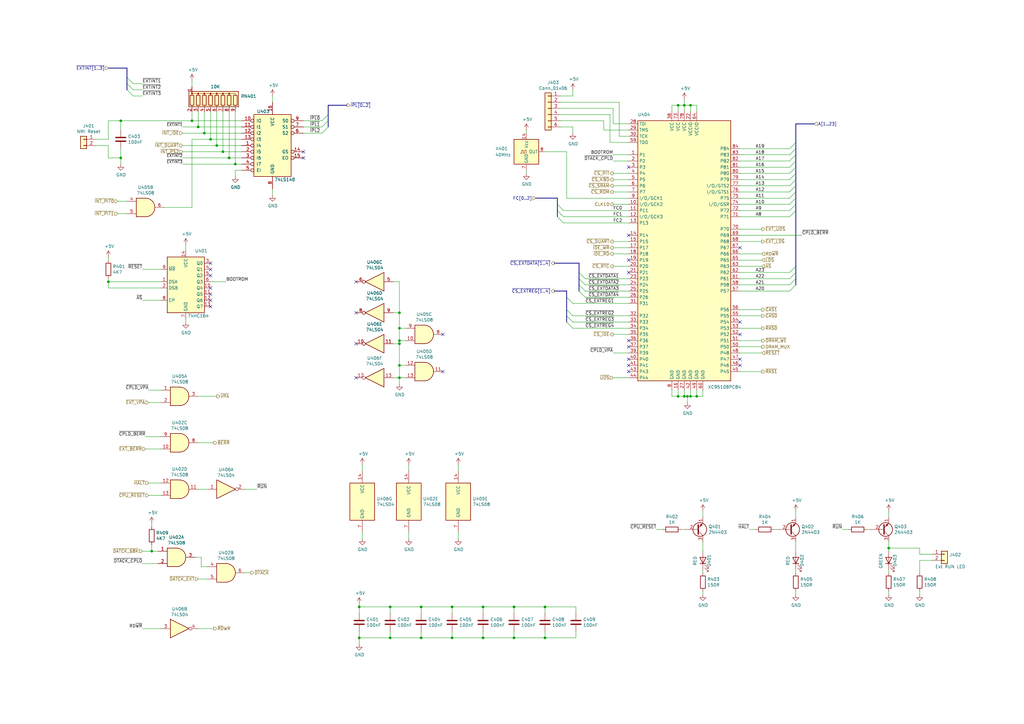
<source format=kicad_sch>
(kicad_sch (version 20230121) (generator eeschema)
  (paper "A3")
  (title_block (title "Y Ddraig") (company "Stephen Moody"))
  (junction (at 185.42 248.92))
  (junction (at 160.02 261.62))
  (junction (at 210.82 248.92))
  (junction (at 163.83 128.27))
  (junction (at 88.9 59.69))
  (junction (at 280.67 43.18))
  (junction (at 163.83 140.97))
  (junction (at 210.82 261.62))
  (junction (at 163.83 134.62))
  (junction (at 163.83 154.94))
  (junction (at 198.12 261.62))
  (junction (at 283.21 162.56))
  (junction (at 147.32 248.92))
  (junction (at 285.75 162.56))
  (junction (at 278.13 162.56))
  (junction (at 49.53 64.77))
  (junction (at 49.53 49.53))
  (junction (at 281.94 162.56))
  (junction (at 93.98 64.77))
  (junction (at 163.83 139.7))
  (junction (at 160.02 248.92))
  (junction (at 172.72 261.62))
  (junction (at 198.12 248.92))
  (junction (at 364.49 224.79))
  (junction (at 83.82 54.61))
  (junction (at 283.21 43.18))
  (junction (at 280.67 162.56))
  (junction (at 44.45 115.57))
  (junction (at 223.52 261.62))
  (junction (at 278.13 43.18))
  (junction (at 62.23 226.06))
  (junction (at 223.52 248.92))
  (junction (at 81.28 52.07))
  (junction (at 91.44 62.23))
  (junction (at 163.83 149.86))
  (junction (at 96.52 67.31))
  (junction (at 147.32 261.62))
  (junction (at 86.36 57.15))
  (junction (at 172.72 248.92))
  (junction (at 78.74 49.53))
  (junction (at 185.42 261.62))
  (no_connect (at 181.61 152.4))
  (no_connect (at 257.81 147.32))
  (no_connect (at 257.81 152.4))
  (no_connect (at 86.36 120.65))
  (no_connect (at 86.36 113.03))
  (no_connect (at 303.53 132.08))
  (no_connect (at 146.05 140.97))
  (no_connect (at 124.46 64.77))
  (no_connect (at 124.46 62.23))
  (no_connect (at 257.81 142.24))
  (no_connect (at 257.81 96.52))
  (no_connect (at 86.36 107.95))
  (no_connect (at 257.81 149.86))
  (no_connect (at 146.05 154.94))
  (no_connect (at 86.36 125.73))
  (no_connect (at 257.81 68.58))
  (no_connect (at 257.81 139.7))
  (no_connect (at 146.05 128.27))
  (no_connect (at 303.53 137.16))
  (no_connect (at 257.81 111.76))
  (no_connect (at 303.53 147.32))
  (no_connect (at 257.81 106.68))
  (no_connect (at 86.36 118.11))
  (no_connect (at 86.36 110.49))
  (no_connect (at 181.61 137.16))
  (no_connect (at 146.05 115.57))
  (no_connect (at 303.53 149.86))
  (no_connect (at 303.53 101.6))
  (no_connect (at 86.36 123.19))
  (bus_entry (at 323.85 76.2) (size 2.54 -2.54))
  (bus_entry (at 326.39 71.12) (size -2.54 2.54))
  (bus_entry (at 323.85 88.9) (size 2.54 -2.54))
  (bus_entry (at 326.39 111.76) (size -2.54 2.54))
  (bus_entry (at 134.62 52.07) (size -2.54 2.54))
  (bus_entry (at 323.85 68.58) (size 2.54 -2.54))
  (bus_entry (at 326.39 81.28) (size -2.54 2.54))
  (bus_entry (at 323.85 78.74) (size 2.54 -2.54))
  (bus_entry (at 237.49 119.38) (size 2.54 2.54))
  (bus_entry (at 326.39 58.42) (size -2.54 2.54))
  (bus_entry (at 232.41 132.08) (size 2.54 2.54))
  (bus_entry (at 323.85 86.36) (size 2.54 -2.54))
  (bus_entry (at 232.41 127) (size 2.54 2.54))
  (bus_entry (at 52.07 31.75) (size 2.54 2.54))
  (bus_entry (at 323.85 116.84) (size 2.54 -2.54))
  (bus_entry (at 232.41 121.92) (size 2.54 2.54))
  (bus_entry (at 326.39 68.58) (size -2.54 2.54))
  (bus_entry (at 132.08 49.53) (size 2.54 -2.54))
  (bus_entry (at 237.49 116.84) (size 2.54 2.54))
  (bus_entry (at 228.6 88.9) (size 2.54 2.54))
  (bus_entry (at 326.39 109.22) (size -2.54 2.54))
  (bus_entry (at 134.62 49.53) (size -2.54 2.54))
  (bus_entry (at 237.49 114.3) (size 2.54 2.54))
  (bus_entry (at 323.85 66.04) (size 2.54 -2.54))
  (bus_entry (at 326.39 78.74) (size -2.54 2.54))
  (bus_entry (at 232.41 129.54) (size 2.54 2.54))
  (bus_entry (at 52.07 36.83) (size 2.54 2.54))
  (bus_entry (at 228.6 83.82) (size 2.54 2.54))
  (bus_entry (at 228.6 86.36) (size 2.54 2.54))
  (bus_entry (at 323.85 119.38) (size 2.54 -2.54))
  (bus_entry (at 237.49 111.76) (size 2.54 2.54))
  (bus_entry (at 326.39 60.96) (size -2.54 2.54))
  (bus_entry (at 52.07 34.29) (size 2.54 2.54))
  (wire (pts (xy 285.75 43.18) (xy 285.75 45.72)))
  (bus (pts (xy 326.39 114.3) (xy 326.39 116.84)))
  (wire (pts (xy 257.81 50.8) (xy 251.46 50.8)))
  (wire (pts (xy 280.67 162.56) (xy 281.94 162.56)))
  (bus (pts (xy 134.62 43.18) (xy 134.62 46.99)))
  (wire (pts (xy 223.52 261.62) (xy 223.52 259.08)))
  (wire (pts (xy 257.81 154.94) (xy 251.46 154.94)))
  (wire (pts (xy 44.45 115.57) (xy 66.04 115.57)))
  (wire (pts (xy 382.27 227.33) (xy 377.19 227.33)))
  (wire (pts (xy 257.81 55.88) (xy 254 55.88)))
  (wire (pts (xy 345.44 217.17) (xy 347.98 217.17)))
  (wire (pts (xy 231.14 91.44) (xy 257.81 91.44)))
  (wire (pts (xy 223.52 62.23) (xy 232.41 62.23)))
  (wire (pts (xy 281.94 162.56) (xy 283.21 162.56)))
  (bus (pts (xy 134.62 46.99) (xy 134.62 49.53)))
  (wire (pts (xy 160.02 248.92) (xy 172.72 248.92)))
  (wire (pts (xy 251.46 78.74) (xy 257.81 78.74)))
  (wire (pts (xy 67.31 85.09) (xy 78.74 85.09)))
  (wire (pts (xy 74.93 59.69) (xy 88.9 59.69)))
  (wire (pts (xy 187.96 193.04) (xy 187.96 190.5)))
  (wire (pts (xy 229.87 39.37) (xy 234.95 39.37)))
  (wire (pts (xy 76.2 132.08) (xy 76.2 130.81)))
  (wire (pts (xy 81.28 257.81) (xy 87.63 257.81)))
  (wire (pts (xy 215.9 53.34) (xy 215.9 54.61)))
  (wire (pts (xy 303.53 99.06) (xy 312.42 99.06)))
  (wire (pts (xy 288.29 209.55) (xy 288.29 212.09)))
  (wire (pts (xy 60.96 198.12) (xy 66.04 198.12)))
  (wire (pts (xy 87.63 181.61) (xy 81.28 181.61)))
  (wire (pts (xy 49.53 67.31) (xy 49.53 64.77)))
  (wire (pts (xy 147.32 261.62) (xy 147.32 264.16)))
  (bus (pts (xy 326.39 58.42) (xy 326.39 60.96)))
  (wire (pts (xy 74.93 64.77) (xy 93.98 64.77)))
  (wire (pts (xy 288.29 233.68) (xy 288.29 234.95)))
  (wire (pts (xy 364.49 242.57) (xy 364.49 243.84)))
  (wire (pts (xy 93.98 64.77) (xy 99.06 64.77)))
  (wire (pts (xy 251.46 104.14) (xy 257.81 104.14)))
  (wire (pts (xy 148.59 190.5) (xy 148.59 193.04)))
  (wire (pts (xy 185.42 261.62) (xy 172.72 261.62)))
  (wire (pts (xy 86.36 115.57) (xy 92.71 115.57)))
  (wire (pts (xy 124.46 54.61) (xy 132.08 54.61)))
  (wire (pts (xy 185.42 251.46) (xy 185.42 248.92)))
  (wire (pts (xy 288.29 162.56) (xy 288.29 160.02)))
  (wire (pts (xy 54.61 36.83) (xy 58.42 36.83)))
  (wire (pts (xy 163.83 154.94) (xy 163.83 157.48)))
  (wire (pts (xy 44.45 64.77) (xy 49.53 64.77)))
  (bus (pts (xy 326.39 71.12) (xy 326.39 73.66)))
  (wire (pts (xy 215.9 71.12) (xy 215.9 69.85)))
  (wire (pts (xy 240.03 119.38) (xy 257.81 119.38)))
  (wire (pts (xy 78.74 33.02) (xy 78.74 35.56)))
  (wire (pts (xy 198.12 251.46) (xy 198.12 248.92)))
  (wire (pts (xy 66.04 160.02) (xy 60.96 160.02)))
  (wire (pts (xy 147.32 248.92) (xy 160.02 248.92)))
  (wire (pts (xy 303.53 71.12) (xy 323.85 71.12)))
  (wire (pts (xy 280.67 43.18) (xy 283.21 43.18)))
  (wire (pts (xy 231.14 86.36) (xy 257.81 86.36)))
  (wire (pts (xy 364.49 233.68) (xy 364.49 234.95)))
  (wire (pts (xy 81.28 162.56) (xy 88.9 162.56)))
  (wire (pts (xy 163.83 128.27) (xy 161.29 128.27)))
  (bus (pts (xy 52.07 31.75) (xy 52.07 34.29)))
  (wire (pts (xy 257.81 129.54) (xy 234.95 129.54)))
  (wire (pts (xy 275.59 43.18) (xy 278.13 43.18)))
  (wire (pts (xy 198.12 259.08) (xy 198.12 261.62)))
  (bus (pts (xy 326.39 111.76) (xy 326.39 114.3)))
  (wire (pts (xy 326.39 233.68) (xy 326.39 234.95)))
  (wire (pts (xy 163.83 115.57) (xy 163.83 128.27)))
  (wire (pts (xy 49.53 64.77) (xy 49.53 60.96)))
  (wire (pts (xy 198.12 248.92) (xy 185.42 248.92)))
  (wire (pts (xy 312.42 152.4) (xy 303.53 152.4)))
  (wire (pts (xy 132.08 52.07) (xy 124.46 52.07)))
  (wire (pts (xy 323.85 88.9) (xy 303.53 88.9)))
  (wire (pts (xy 303.53 93.98) (xy 312.42 93.98)))
  (wire (pts (xy 58.42 110.49) (xy 66.04 110.49)))
  (wire (pts (xy 283.21 160.02) (xy 283.21 162.56)))
  (wire (pts (xy 210.82 259.08) (xy 210.82 261.62)))
  (wire (pts (xy 88.9 59.69) (xy 99.06 59.69)))
  (wire (pts (xy 251.46 73.66) (xy 257.81 73.66)))
  (wire (pts (xy 52.07 87.63) (xy 48.26 87.63)))
  (wire (pts (xy 229.87 52.07) (xy 234.95 52.07)))
  (wire (pts (xy 275.59 162.56) (xy 278.13 162.56)))
  (wire (pts (xy 280.67 43.18) (xy 280.67 45.72)))
  (wire (pts (xy 312.42 139.7) (xy 303.53 139.7)))
  (wire (pts (xy 303.53 134.62) (xy 312.42 134.62)))
  (wire (pts (xy 303.53 66.04) (xy 323.85 66.04)))
  (wire (pts (xy 232.41 62.23) (xy 232.41 81.28)))
  (wire (pts (xy 377.19 224.79) (xy 364.49 224.79)))
  (wire (pts (xy 44.45 118.11) (xy 66.04 118.11)))
  (wire (pts (xy 210.82 261.62) (xy 198.12 261.62)))
  (wire (pts (xy 160.02 259.08) (xy 160.02 261.62)))
  (wire (pts (xy 257.81 137.16) (xy 251.46 137.16)))
  (wire (pts (xy 303.53 116.84) (xy 323.85 116.84)))
  (wire (pts (xy 275.59 45.72) (xy 275.59 43.18)))
  (wire (pts (xy 99.06 62.23) (xy 91.44 62.23)))
  (wire (pts (xy 160.02 251.46) (xy 160.02 248.92)))
  (wire (pts (xy 163.83 140.97) (xy 163.83 149.86)))
  (wire (pts (xy 83.82 54.61) (xy 99.06 54.61)))
  (wire (pts (xy 236.22 261.62) (xy 236.22 259.08)))
  (wire (pts (xy 99.06 67.31) (xy 96.52 67.31)))
  (wire (pts (xy 234.95 52.07) (xy 234.95 54.61)))
  (bus (pts (xy 326.39 50.8) (xy 326.39 58.42)))
  (wire (pts (xy 307.34 217.17) (xy 309.88 217.17)))
  (wire (pts (xy 172.72 259.08) (xy 172.72 261.62)))
  (wire (pts (xy 210.82 251.46) (xy 210.82 248.92)))
  (wire (pts (xy 240.03 114.3) (xy 257.81 114.3)))
  (wire (pts (xy 323.85 83.82) (xy 303.53 83.82)))
  (wire (pts (xy 58.42 39.37) (xy 54.61 39.37)))
  (wire (pts (xy 81.28 45.72) (xy 81.28 52.07)))
  (wire (pts (xy 167.64 218.44) (xy 167.64 220.98)))
  (wire (pts (xy 210.82 261.62) (xy 223.52 261.62)))
  (bus (pts (xy 237.49 116.84) (xy 237.49 119.38)))
  (wire (pts (xy 240.03 116.84) (xy 257.81 116.84)))
  (wire (pts (xy 147.32 248.92) (xy 147.32 247.65)))
  (wire (pts (xy 74.93 54.61) (xy 83.82 54.61)))
  (wire (pts (xy 163.83 134.62) (xy 163.83 139.7)))
  (wire (pts (xy 251.46 50.8) (xy 251.46 44.45)))
  (wire (pts (xy 39.37 57.15) (xy 44.45 57.15)))
  (wire (pts (xy 111.76 80.01) (xy 111.76 77.47)))
  (wire (pts (xy 210.82 248.92) (xy 198.12 248.92)))
  (wire (pts (xy 251.46 63.5) (xy 257.81 63.5)))
  (wire (pts (xy 78.74 45.72) (xy 78.74 49.53)))
  (wire (pts (xy 251.46 76.2) (xy 257.81 76.2)))
  (wire (pts (xy 166.37 149.86) (xy 163.83 149.86)))
  (wire (pts (xy 355.6 217.17) (xy 356.87 217.17)))
  (wire (pts (xy 247.65 53.34) (xy 247.65 49.53)))
  (wire (pts (xy 58.42 226.06) (xy 62.23 226.06)))
  (wire (pts (xy 236.22 248.92) (xy 236.22 251.46)))
  (wire (pts (xy 223.52 261.62) (xy 236.22 261.62)))
  (wire (pts (xy 250.19 46.99) (xy 229.87 46.99)))
  (wire (pts (xy 163.83 139.7) (xy 166.37 139.7)))
  (wire (pts (xy 166.37 154.94) (xy 163.83 154.94)))
  (wire (pts (xy 323.85 114.3) (xy 303.53 114.3)))
  (wire (pts (xy 187.96 220.98) (xy 187.96 218.44)))
  (bus (pts (xy 232.41 127) (xy 232.41 129.54)))
  (wire (pts (xy 257.81 83.82) (xy 251.46 83.82)))
  (wire (pts (xy 163.83 140.97) (xy 161.29 140.97)))
  (wire (pts (xy 278.13 162.56) (xy 280.67 162.56)))
  (wire (pts (xy 312.42 144.78) (xy 303.53 144.78)))
  (wire (pts (xy 80.01 228.6) (xy 82.55 228.6)))
  (wire (pts (xy 148.59 218.44) (xy 148.59 220.98)))
  (wire (pts (xy 251.46 66.04) (xy 257.81 66.04)))
  (bus (pts (xy 232.41 129.54) (xy 232.41 132.08)))
  (wire (pts (xy 254 55.88) (xy 254 41.91)))
  (wire (pts (xy 44.45 49.53) (xy 49.53 49.53)))
  (wire (pts (xy 250.19 58.42) (xy 250.19 46.99)))
  (wire (pts (xy 312.42 106.68) (xy 303.53 106.68)))
  (bus (pts (xy 228.6 81.28) (xy 219.71 81.28)))
  (wire (pts (xy 257.81 109.22) (xy 251.46 109.22)))
  (bus (pts (xy 326.39 66.04) (xy 326.39 68.58)))
  (bus (pts (xy 228.6 86.36) (xy 228.6 88.9)))
  (wire (pts (xy 323.85 63.5) (xy 303.53 63.5)))
  (wire (pts (xy 251.46 99.06) (xy 257.81 99.06)))
  (bus (pts (xy 326.39 83.82) (xy 326.39 86.36)))
  (wire (pts (xy 160.02 261.62) (xy 147.32 261.62)))
  (bus (pts (xy 326.39 68.58) (xy 326.39 71.12)))
  (bus (pts (xy 52.07 34.29) (xy 52.07 36.83)))
  (wire (pts (xy 278.13 160.02) (xy 278.13 162.56)))
  (wire (pts (xy 62.23 223.52) (xy 62.23 226.06)))
  (wire (pts (xy 172.72 248.92) (xy 185.42 248.92)))
  (wire (pts (xy 279.4 217.17) (xy 280.67 217.17)))
  (wire (pts (xy 303.53 127) (xy 312.42 127)))
  (wire (pts (xy 58.42 231.14) (xy 64.77 231.14)))
  (wire (pts (xy 234.95 39.37) (xy 234.95 36.83)))
  (bus (pts (xy 232.41 119.38) (xy 227.33 119.38)))
  (bus (pts (xy 326.39 81.28) (xy 326.39 83.82)))
  (wire (pts (xy 85.09 237.49) (xy 81.28 237.49)))
  (wire (pts (xy 377.19 243.84) (xy 377.19 242.57)))
  (wire (pts (xy 223.52 248.92) (xy 210.82 248.92)))
  (wire (pts (xy 44.45 118.11) (xy 44.45 115.57)))
  (wire (pts (xy 163.83 128.27) (xy 163.83 134.62)))
  (bus (pts (xy 134.62 49.53) (xy 134.62 52.07)))
  (wire (pts (xy 82.55 232.41) (xy 85.09 232.41)))
  (wire (pts (xy 100.33 234.95) (xy 102.87 234.95)))
  (wire (pts (xy 93.98 45.72) (xy 93.98 64.77)))
  (wire (pts (xy 323.85 119.38) (xy 303.53 119.38)))
  (wire (pts (xy 82.55 228.6) (xy 82.55 232.41)))
  (wire (pts (xy 81.28 52.07) (xy 99.06 52.07)))
  (wire (pts (xy 147.32 251.46) (xy 147.32 248.92)))
  (wire (pts (xy 96.52 69.85) (xy 96.52 72.39)))
  (wire (pts (xy 86.36 57.15) (xy 78.74 57.15)))
  (wire (pts (xy 58.42 257.81) (xy 66.04 257.81)))
  (wire (pts (xy 91.44 45.72) (xy 91.44 62.23)))
  (wire (pts (xy 247.65 49.53) (xy 229.87 49.53)))
  (bus (pts (xy 44.45 27.94) (xy 52.07 27.94)))
  (wire (pts (xy 303.53 60.96) (xy 323.85 60.96)))
  (wire (pts (xy 303.53 104.14) (xy 312.42 104.14)))
  (wire (pts (xy 326.39 222.25) (xy 326.39 226.06)))
  (wire (pts (xy 172.72 261.62) (xy 160.02 261.62)))
  (wire (pts (xy 303.53 109.22) (xy 312.42 109.22)))
  (bus (pts (xy 326.39 76.2) (xy 326.39 78.74)))
  (wire (pts (xy 44.45 59.69) (xy 44.45 64.77)))
  (wire (pts (xy 377.19 229.87) (xy 382.27 229.87)))
  (wire (pts (xy 58.42 34.29) (xy 54.61 34.29)))
  (wire (pts (xy 288.29 242.57) (xy 288.29 243.84)))
  (bus (pts (xy 326.39 86.36) (xy 326.39 109.22)))
  (wire (pts (xy 83.82 45.72) (xy 83.82 54.61)))
  (wire (pts (xy 74.93 52.07) (xy 81.28 52.07)))
  (wire (pts (xy 49.53 49.53) (xy 78.74 49.53)))
  (wire (pts (xy 66.04 123.19) (xy 58.42 123.19)))
  (wire (pts (xy 231.14 88.9) (xy 257.81 88.9)))
  (wire (pts (xy 66.04 184.15) (xy 59.69 184.15)))
  (wire (pts (xy 99.06 69.85) (xy 96.52 69.85)))
  (wire (pts (xy 223.52 251.46) (xy 223.52 248.92)))
  (wire (pts (xy 81.28 200.66) (xy 85.09 200.66)))
  (bus (pts (xy 237.49 111.76) (xy 237.49 114.3)))
  (wire (pts (xy 234.95 124.46) (xy 257.81 124.46)))
  (wire (pts (xy 377.19 234.95) (xy 377.19 229.87)))
  (wire (pts (xy 254 41.91) (xy 229.87 41.91)))
  (bus (pts (xy 134.62 43.18) (xy 142.24 43.18)))
  (wire (pts (xy 44.45 57.15) (xy 44.45 49.53)))
  (wire (pts (xy 91.44 62.23) (xy 74.93 62.23)))
  (wire (pts (xy 59.69 179.07) (xy 66.04 179.07)))
  (wire (pts (xy 172.72 251.46) (xy 172.72 248.92)))
  (bus (pts (xy 232.41 121.92) (xy 232.41 127)))
  (wire (pts (xy 39.37 59.69) (xy 44.45 59.69)))
  (wire (pts (xy 280.67 40.64) (xy 280.67 43.18)))
  (wire (pts (xy 44.45 105.41) (xy 44.45 106.68)))
  (wire (pts (xy 247.65 53.34) (xy 257.81 53.34)))
  (bus (pts (xy 237.49 107.95) (xy 237.49 111.76)))
  (wire (pts (xy 100.33 200.66) (xy 105.41 200.66)))
  (bus (pts (xy 228.6 81.28) (xy 228.6 83.82)))
  (wire (pts (xy 251.46 144.78) (xy 257.81 144.78)))
  (wire (pts (xy 257.81 101.6) (xy 251.46 101.6)))
  (wire (pts (xy 269.24 217.17) (xy 271.78 217.17)))
  (bus (pts (xy 326.39 60.96) (xy 326.39 63.5)))
  (bus (pts (xy 326.39 78.74) (xy 326.39 81.28)))
  (bus (pts (xy 228.6 83.82) (xy 228.6 86.36)))
  (bus (pts (xy 326.39 50.8) (xy 334.01 50.8)))
  (wire (pts (xy 78.74 85.09) (xy 78.74 57.15)))
  (wire (pts (xy 111.76 39.37) (xy 111.76 41.91)))
  (bus (pts (xy 326.39 63.5) (xy 326.39 66.04)))
  (wire (pts (xy 364.49 224.79) (xy 364.49 226.06)))
  (wire (pts (xy 377.19 224.79) (xy 377.19 227.33)))
  (wire (pts (xy 303.53 96.52) (xy 328.93 96.52)))
  (wire (pts (xy 283.21 43.18) (xy 285.75 43.18)))
  (wire (pts (xy 234.95 132.08) (xy 257.81 132.08)))
  (wire (pts (xy 326.39 209.55) (xy 326.39 212.09)))
  (wire (pts (xy 147.32 259.08) (xy 147.32 261.62)))
  (wire (pts (xy 78.74 49.53) (xy 99.06 49.53)))
  (wire (pts (xy 288.29 222.25) (xy 288.29 226.06)))
  (wire (pts (xy 163.83 115.57) (xy 161.29 115.57)))
  (wire (pts (xy 167.64 193.04) (xy 167.64 190.5)))
  (wire (pts (xy 229.87 44.45) (xy 251.46 44.45)))
  (wire (pts (xy 76.2 100.33) (xy 76.2 102.87)))
  (bus (pts (xy 237.49 114.3) (xy 237.49 116.84)))
  (wire (pts (xy 60.96 165.1) (xy 66.04 165.1)))
  (wire (pts (xy 62.23 214.63) (xy 62.23 215.9)))
  (wire (pts (xy 275.59 160.02) (xy 275.59 162.56)))
  (wire (pts (xy 283.21 45.72) (xy 283.21 43.18)))
  (wire (pts (xy 364.49 209.55) (xy 364.49 212.09)))
  (wire (pts (xy 303.53 142.24) (xy 312.42 142.24)))
  (wire (pts (xy 278.13 45.72) (xy 278.13 43.18)))
  (bus (pts (xy 52.07 27.94) (xy 52.07 31.75)))
  (wire (pts (xy 88.9 45.72) (xy 88.9 59.69)))
  (wire (pts (xy 280.67 160.02) (xy 280.67 162.56)))
  (wire (pts (xy 166.37 134.62) (xy 163.83 134.62)))
  (wire (pts (xy 323.85 78.74) (xy 303.53 78.74)))
  (bus (pts (xy 326.39 109.22) (xy 326.39 111.76)))
  (wire (pts (xy 44.45 115.57) (xy 44.45 114.3)))
  (bus (pts (xy 326.39 73.66) (xy 326.39 76.2)))
  (wire (pts (xy 257.81 121.92) (xy 240.03 121.92)))
  (wire (pts (xy 278.13 43.18) (xy 280.67 43.18)))
  (wire (pts (xy 66.04 203.2) (xy 60.96 203.2)))
  (wire (pts (xy 303.53 76.2) (xy 323.85 76.2)))
  (wire (pts (xy 99.06 57.15) (xy 86.36 57.15)))
  (wire (pts (xy 49.53 49.53) (xy 49.53 53.34)))
  (wire (pts (xy 124.46 49.53) (xy 132.08 49.53)))
  (wire (pts (xy 163.83 154.94) (xy 161.29 154.94)))
  (bus (pts (xy 232.41 119.38) (xy 232.41 121.92)))
  (wire (pts (xy 96.52 67.31) (xy 74.93 67.31)))
  (wire (pts (xy 232.41 81.28) (xy 257.81 81.28)))
  (bus (pts (xy 237.49 107.95) (xy 227.33 107.95)))
  (wire (pts (xy 163.83 139.7) (xy 163.83 140.97)))
  (wire (pts (xy 281.94 165.1) (xy 281.94 162.56)))
  (wire (pts (xy 163.83 149.86) (xy 163.83 154.94)))
  (wire (pts (xy 285.75 160.02) (xy 285.75 162.56)))
  (wire (pts (xy 303.53 81.28) (xy 323.85 81.28)))
  (wire (pts (xy 223.52 248.92) (xy 236.22 248.92)))
  (wire (pts (xy 303.53 86.36) (xy 323.85 86.36)))
  (wire (pts (xy 326.39 242.57) (xy 326.39 243.84)))
  (wire (pts (xy 257.81 58.42) (xy 250.19 58.42)))
  (wire (pts (xy 317.5 217.17) (xy 318.77 217.17)))
  (wire (pts (xy 283.21 162.56) (xy 285.75 162.56)))
  (wire (pts (xy 323.85 111.76) (xy 303.53 111.76)))
  (wire (pts (xy 312.42 129.54) (xy 303.53 129.54)))
  (wire (pts (xy 323.85 73.66) (xy 303.53 73.66)))
  (wire (pts (xy 185.42 259.08) (xy 185.42 261.62)))
  (wire (pts (xy 62.23 226.06) (xy 64.77 226.06)))
  (wire (pts (xy 323.85 68.58) (xy 303.53 68.58)))
  (wire (pts (xy 285.75 162.56) (xy 288.29 162.56)))
  (wire (pts (xy 364.49 222.25) (xy 364.49 224.79)))
  (wire (pts (xy 48.26 82.55) (xy 52.07 82.55)))
  (wire (pts (xy 96.52 45.72) (xy 96.52 67.31)))
  (wire (pts (xy 251.46 71.12) (xy 257.81 71.12)))
  (wire (pts (xy 234.95 134.62) (xy 257.81 134.62)))
  (wire (pts (xy 198.12 261.62) (xy 185.42 261.62)))
  (wire (pts (xy 86.36 45.72) (xy 86.36 57.15)))
  (label "~{EXTINT1}" (at 58.42 34.29 0))
  (label "A17" (at 309.88 66.04 0))
  (label "A23" (at 309.88 111.76 0))
  (label "RD~{WR}" (at 58.42 257.81 180))
  (label "~{RUN}" (at 345.44 217.17 180))
  (label "~{CS_EXTREG4}" (at 240.03 134.62 0))
  (label "~{DTACK_CPLD}" (at 251.46 66.04 180))
  (label "~{EXTINT3}" (at 74.93 67.31 180) (effects (font (size 1.0922 1.0922))))
  (label "~{HALT}" (at 307.34 217.17 180))
  (label "A11" (at 309.88 81.28 0))
  (label "A22" (at 309.88 114.3 0))
  (label "~{CPLD_VPA}" (at 60.96 160.02 180))
  (label "A8" (at 309.88 88.9 0))
  (label "A15" (at 309.88 71.12 0))
  (label "~{RESET}" (at 58.42 110.49 180))
  (label "~{EXTINT2}" (at 74.93 64.77 180) (effects (font (size 1.0922 1.0922))))
  (label "FC0" (at 251.46 86.36 0))
  (label "~{CS_EXTDATA4}" (at 241.3 121.92 0))
  (label "~{CS_EXTDATA1}" (at 241.3 114.3 0))
  (label "A16" (at 309.88 68.58 0))
  (label "BOOTROM" (at 92.71 115.57 0))
  (label "~{IPL2}" (at 127 54.61 0))
  (label "FC1" (at 251.46 88.9 0))
  (label "A13" (at 309.88 76.2 0))
  (label "FC2" (at 251.46 91.44 0))
  (label "A10" (at 309.88 83.82 0))
  (label "~{CS_EXTDATA2}" (at 241.3 116.84 0))
  (label "~{CS_EXTREG3}" (at 240.03 132.08 0))
  (label "A19" (at 309.88 60.96 0))
  (label "~{CPLD_VPA}" (at 251.46 144.78 180))
  (label "A12" (at 309.88 78.74 0))
  (label "~{CPU_RESET}" (at 269.24 217.17 180))
  (label "~{CPLD_BERR}" (at 59.69 179.07 180))
  (label "~{CS_EXTREG2}" (at 240.03 129.54 0))
  (label "A20" (at 309.88 119.38 0))
  (label "A21" (at 309.88 116.84 0))
  (label "~{AS}" (at 58.42 123.19 180))
  (label "A18" (at 309.88 63.5 0))
  (label "~{CS_EXTREG1}" (at 240.03 124.46 0))
  (label "A14" (at 309.88 73.66 0))
  (label "A9" (at 309.88 86.36 0))
  (label "~{CPLD_BERR}" (at 328.93 96.52 0))
  (label "BOOTROM" (at 251.46 63.5 180))
  (label "~{EXTINT2}" (at 58.42 36.83 0))
  (label "~{IPL0}" (at 127 49.53 0))
  (label "~{RUN}" (at 105.41 200.66 0))
  (label "~{DTACK_CPLD}" (at 58.42 231.14 180))
  (label "~{EXTINT1}" (at 74.93 52.07 180) (effects (font (size 1.0922 1.0922))))
  (label "~{EXTINT3}" (at 58.42 39.37 0))
  (label "~{IPL1}" (at 127 52.07 0))
  (label "~{CS_EXTDATA3}" (at 241.3 119.38 0))
  (hierarchical_label "~{INT_IDE}" (shape input) (at 74.93 54.61 180))
  (hierarchical_label "FC[0..2]" (shape input) (at 219.71 81.28 180))
  (hierarchical_label "~{RAS0}" (shape output) (at 312.42 134.62 0))
  (hierarchical_label "~{RAS1}" (shape output) (at 312.42 152.4 0))
  (hierarchical_label "~{CS_ROM}" (shape output) (at 251.46 78.74 180))
  (hierarchical_label "~{CS_IDE}" (shape output) (at 251.46 137.16 180))
  (hierarchical_label "~{IDE_RD}" (shape output) (at 251.46 104.14 180))
  (hierarchical_label "~{CS_KBD}" (shape output) (at 251.46 73.66 180))
  (hierarchical_label "~{HALT}" (shape input) (at 60.96 198.12 180))
  (hierarchical_label "~{EXT_UDS}" (shape output) (at 312.42 93.98 0))
  (hierarchical_label "~{INT_PS2}" (shape input) (at 74.93 62.23 180))
  (hierarchical_label "DRAM_MUX" (shape output) (at 312.42 142.24 0))
  (hierarchical_label "~{EXT_VPA}" (shape input) (at 60.96 165.1 180))
  (hierarchical_label "A[1..23]" (shape input) (at 334.01 50.8 0))
  (hierarchical_label "~{INT_DUART}" (shape input) (at 74.93 59.69 180))
  (hierarchical_label "~{EXT_BERR}" (shape input) (at 59.69 184.15 180))
  (hierarchical_label "~{BERR}" (shape output) (at 87.63 181.61 0))
  (hierarchical_label "~{RESET}" (shape input) (at 312.42 144.78 0))
  (hierarchical_label "~{UDS}" (shape input) (at 251.46 154.94 180))
  (hierarchical_label "~{CPU_RESET}" (shape input) (at 60.96 203.2 180))
  (hierarchical_label "~{DTACK}" (shape output) (at 102.87 234.95 0))
  (hierarchical_label "~{CS_SRAM}" (shape output) (at 251.46 76.2 180))
  (hierarchical_label "~{CS_DUART}" (shape output) (at 251.46 99.06 180))
  (hierarchical_label "~{LDS}" (shape input) (at 312.42 106.68 0))
  (hierarchical_label "~{EXT_LDS}" (shape output) (at 312.42 99.06 0))
  (hierarchical_label "~{CS_PIT}" (shape output) (at 251.46 71.12 180))
  (hierarchical_label "~{RD}WR" (shape output) (at 87.63 257.81 0))
  (hierarchical_label "~{CAS1}" (shape output) (at 312.42 127 0))
  (hierarchical_label "~{VPA}" (shape output) (at 88.9 162.56 0))
  (hierarchical_label "~{IPL[0..2]}" (shape output) (at 142.24 43.18 0))
  (hierarchical_label "CLK10" (shape output) (at 251.46 83.82 180))
  (hierarchical_label "~{AS}" (shape input) (at 312.42 109.22 0))
  (hierarchical_label "~{CS_EXTDATA[1..4]}" (shape output) (at 227.33 107.95 180))
  (hierarchical_label "~{CAS0}" (shape output) (at 312.42 129.54 0))
  (hierarchical_label "~{DATCK_EXT}" (shape input) (at 81.28 237.49 180))
  (hierarchical_label "~{INT_PIT1}" (shape input) (at 48.26 87.63 180))
  (hierarchical_label "~{DRAM_WE}" (shape output) (at 312.42 139.7 0))
  (hierarchical_label "~{EXTINT[1..3]}" (shape input) (at 44.45 27.94 180))
  (hierarchical_label "~{DATCK_68K}" (shape input) (at 58.42 226.06 180))
  (hierarchical_label "~{CS_RTC}" (shape output) (at 251.46 109.22 180))
  (hierarchical_label "~{INT_PIT0}" (shape input) (at 48.26 82.55 180))
  (hierarchical_label "~{IDE_WR}" (shape output) (at 251.46 101.6 180))
  (hierarchical_label "RD~{WR}" (shape input) (at 312.42 104.14 0))
  (hierarchical_label "~{CS_EXTREG[1..4]}" (shape output) (at 227.33 119.38 180))
  (symbol (lib_id "Device:C") (at 147.32 255.27 0) (unit 1)
    (property "Reference" "C401" (at 150.241 254.1016 0) (effects (justify left)))
    (property "Value" "100nF" (at 150.241 256.413 0) (effects (justify left)))
    (property "Footprint" "Capacitor_THT:C_Disc_D3.8mm_W2.6mm_P2.50mm" (effects hide))
  )
  (symbol (lib_id "Device:C") (at 160.02 255.27 0) (unit 1)
    (property "Reference" "C402" (at 162.941 254.1016 0) (effects (justify left)))
    (property "Value" "100nF" (at 162.941 256.413 0) (effects (justify left)))
    (property "Footprint" "Capacitor_THT:C_Disc_D3.8mm_W2.6mm_P2.50mm" (effects hide))
  )
  (symbol (lib_id "Device:C") (at 172.72 255.27 0) (unit 1)
    (property "Reference" "C404" (at 175.641 254.1016 0) (effects (justify left)))
    (property "Value" "100nF" (at 175.641 256.413 0) (effects (justify left)))
    (property "Footprint" "Capacitor_THT:C_Disc_D3.8mm_W2.6mm_P2.50mm" (effects hide))
  )
  (symbol (lib_id "Device:C") (at 185.42 255.27 0) (unit 1)
    (property "Reference" "C405" (at 188.341 254.1016 0) (effects (justify left)))
    (property "Value" "100nF" (at 188.341 256.413 0) (effects (justify left)))
    (property "Footprint" "Capacitor_THT:C_Disc_D3.8mm_W2.6mm_P2.50mm" (effects hide))
  )
  (symbol (lib_id "power:GND") (at 147.32 264.16 0) (unit 1)
    (property "Reference" "#PWR0403" (effects hide))
    (property "Value" "GND" (at 147.447 268.5542 0))
  )
  (symbol (lib_id "power:+5V") (at 147.32 247.65 0) (unit 1)
    (property "Reference" "#PWR0402" (effects hide))
    (property "Value" "+5V" (at 147.701 243.2558 0))
  )
  (symbol (lib_id "Device:C") (at 198.12 255.27 0) (unit 1)
    (property "Reference" "C406" (at 201.041 254.1016 0) (effects (justify left)))
    (property "Value" "100nF" (at 201.041 256.413 0) (effects (justify left)))
    (property "Footprint" "Capacitor_THT:C_Disc_D3.8mm_W2.6mm_P2.50mm" (effects hide))
  )
  (symbol (lib_id "Device:C") (at 210.82 255.27 0) (unit 1)
    (property "Reference" "C407" (at 213.741 254.1016 0) (effects (justify left)))
    (property "Value" "100nF" (at 213.741 256.413 0) (effects (justify left)))
    (property "Footprint" "Capacitor_THT:C_Disc_D3.8mm_W2.6mm_P2.50mm" (effects hide))
  )
  (symbol (lib_id "74xx:74LS08") (at 92.71 234.95 0) (unit 2)
    (property "Reference" "U402" (at 92.71 226.695 0))
    (property "Value" "74LS08" (at 92.71 229.0064 0))
    (property "Footprint" "Package_DIP:DIP-14_W7.62mm_Socket" (effects hide))
    (property "Datasheet" "http://www.ti.com/lit/gpn/sn74LS08" (effects hide))
  )
  (symbol (lib_id "74xx:74LS08") (at 73.66 181.61 0) (unit 3)
    (property "Reference" "U402" (at 73.66 173.355 0))
    (property "Value" "74LS08" (at 73.66 175.6664 0))
    (property "Footprint" "Package_DIP:DIP-14_W7.62mm_Socket" (effects hide))
    (property "Datasheet" "http://www.ti.com/lit/gpn/sn74LS08" (effects hide))
  )
  (symbol (lib_id "74xx:74LS08") (at 73.66 200.66 0) (unit 4)
    (property "Reference" "U402" (at 73.66 192.405 0))
    (property "Value" "74LS08" (at 73.66 194.7164 0))
    (property "Footprint" "Package_DIP:DIP-14_W7.62mm_Socket" (effects hide))
    (property "Datasheet" "http://www.ti.com/lit/gpn/sn74LS08" (effects hide))
  )
  (symbol (lib_id "74xx:74LS08") (at 167.64 205.74 0) (unit 5)
    (property "Reference" "U402" (at 173.482 204.5716 0) (effects (justify left)))
    (property "Value" "74LS08" (at 173.482 206.883 0) (effects (justify left)))
    (property "Footprint" "Package_DIP:DIP-14_W7.62mm_Socket" (effects hide))
    (property "Datasheet" "http://www.ti.com/lit/gpn/sn74LS08" (effects hide))
  )
  (symbol (lib_id "power:GND") (at 167.64 220.98 0) (unit 1)
    (property "Reference" "#PWR0417" (effects hide))
    (property "Value" "GND" (at 167.767 225.3742 0))
  )
  (symbol (lib_id "power:+5V") (at 167.64 190.5 0) (unit 1)
    (property "Reference" "#PWR0416" (effects hide))
    (property "Value" "+5V" (at 168.021 186.1058 0))
  )
  (symbol (lib_id "CPLD_Xilinx:XC95108PC84") (at 280.67 101.6 0) (unit 1)
    (property "Reference" "U404" (at 264.16 46.99 0))
    (property "Value" "XC95108PC84" (at 297.18 158.75 0))
    (property "Footprint" "Package_LCC:PLCC-84_THT-Socket" (effects hide))
    (property "Datasheet" "xilinx/xc95108.pdf" (effects hide))
  )
  (symbol (lib_id "Connector_Generic:Conn_01x06") (at 224.79 44.45 0) (mirror y) (unit 1)
    (property "Reference" "J403" (at 226.8728 33.8582 0))
    (property "Value" "Conn_01x06" (at 226.8728 36.1696 0))
    (property "Footprint" "Connector_PinHeader_2.54mm:PinHeader_1x06_P2.54mm_Vertical" (effects hide))
  )
  (symbol (lib_id "power:+5V") (at 280.67 40.64 0) (unit 1)
    (property "Reference" "#PWR0425" (effects hide))
    (property "Value" "+5V" (at 281.051 36.2458 0))
  )
  (symbol (lib_id "power:+5V") (at 234.95 36.83 0) (unit 1)
    (property "Reference" "#PWR0423" (effects hide))
    (property "Value" "+5V" (at 235.331 32.4358 0))
  )
  (symbol (lib_id "power:GND") (at 234.95 54.61 0) (unit 1)
    (property "Reference" "#PWR0424" (effects hide))
    (property "Value" "GND" (at 235.077 59.0042 0))
  )
  (symbol (lib_id "power:GND") (at 281.94 165.1 0) (unit 1)
    (property "Reference" "#PWR0426" (effects hide))
    (property "Value" "GND" (at 282.067 169.4942 0))
  )
  (symbol (lib_id "Oscillator:ACO-xxxMHz") (at 215.9 62.23 0) (unit 1)
    (property "Reference" "X401" (at 208.28 60.96 0) (effects (justify right)))
    (property "Value" "40MHz" (at 209.55 63.5 0) (effects (justify right)))
    (property "Footprint" "Oscillator:Oscillator_DIP-14" (effects hide))
    (property "Datasheet" "http://www.conwin.com/datasheets/cx/cx030.pdf" (effects hide))
  )
  (symbol (lib_id "power:GND") (at 215.9 71.12 0) (unit 1)
    (property "Reference" "#PWR0422" (effects hide))
    (property "Value" "GND" (at 216.027 75.5142 0))
  )
  (symbol (lib_id "power:+5V") (at 215.9 53.34 0) (unit 1)
    (property "Reference" "#PWR0421" (effects hide))
    (property "Value" "+5V" (at 216.281 48.9458 0))
  )
  (symbol (lib_id "74xx:74LS148") (at 111.76 59.69 0) (unit 1)
    (property "Reference" "U403" (at 107.95 45.72 0))
    (property "Value" "74LS148" (at 116.84 73.66 0))
    (property "Footprint" "Package_DIP:DIP-16_W7.62mm_Socket" (effects hide))
    (property "Datasheet" "http://www.ti.com/lit/gpn/sn74LS148" (effects hide))
  )
  (symbol (lib_id "Device:R_Network08") (at 88.9 40.64 0) (unit 1)
    (property "Reference" "RN401" (at 98.7552 39.4716 0) (effects (justify left)))
    (property "Value" "10K" (at 86.36 35.56 0) (effects (justify left)))
    (property "Footprint" "Resistor_THT:R_Array_SIP9" (effects hide))
    (property "Datasheet" "http://www.vishay.com/docs/31509/csc.pdf" (effects hide))
  )
  (symbol (lib_id "Connector_Generic:Conn_01x02") (at 34.29 57.15 0) (mirror y) (unit 1)
    (property "Reference" "J401" (at 36.3728 51.6382 0))
    (property "Value" "NMI Reset" (at 36.3728 53.9496 0))
    (property "Footprint" "Connector_PinHeader_2.54mm:PinHeader_1x02_P2.54mm_Vertical" (effects hide))
  )
  (symbol (lib_id "Device:C") (at 49.53 57.15 0) (unit 1)
    (property "Reference" "C403" (at 52.451 55.9816 0) (effects (justify left)))
    (property "Value" "100nF" (at 52.451 58.293 0) (effects (justify left)))
    (property "Footprint" "Capacitor_THT:C_Disc_D3.8mm_W2.6mm_P2.50mm" (effects hide))
  )
  (symbol (lib_id "power:GND") (at 111.76 80.01 0) (unit 1)
    (property "Reference" "#PWR0415" (effects hide))
    (property "Value" "GND" (at 111.887 84.4042 0))
  )
  (symbol (lib_id "power:GND") (at 49.53 67.31 0) (unit 1)
    (property "Reference" "#PWR0404" (effects hide))
    (property "Value" "GND" (at 49.657 71.7042 0))
  )
  (symbol (lib_id "power:+5V") (at 111.76 39.37 0) (unit 1)
    (property "Reference" "#PWR0414" (effects hide))
    (property "Value" "+5V" (at 112.141 34.9758 0))
  )
  (symbol (lib_id "power:+5V") (at 78.74 33.02 0) (unit 1)
    (property "Reference" "#PWR0409" (effects hide))
    (property "Value" "+5V" (at 79.121 28.6258 0))
  )
  (symbol (lib_id "power:GND") (at 96.52 72.39 0) (unit 1)
    (property "Reference" "#PWR0412" (effects hide))
    (property "Value" "GND" (at 96.647 76.7842 0))
  )
  (symbol (lib_id "74xx:74HC164") (at 76.2 115.57 0) (unit 1)
    (property "Reference" "U401" (at 82.55 102.87 0))
    (property "Value" "74HC164" (at 81.28 129.54 0))
    (property "Footprint" "Package_DIP:DIP-14_W7.62mm_Socket" (effects hide))
    (property "Datasheet" "https://assets.nexperia.com/documents/data-sheet/74HC_HCT164.pdf" (effects hide))
  )
  (symbol (lib_id "Device:R") (at 44.45 110.49 0) (unit 1)
    (property "Reference" "R401" (at 46.228 109.3216 0) (effects (justify left)))
    (property "Value" "4K7" (at 46.228 111.633 0) (effects (justify left)))
    (property "Footprint" "Resistor_THT:R_Axial_DIN0207_L6.3mm_D2.5mm_P10.16mm_Horizontal" (effects hide))
  )
  (symbol (lib_id "power:GND") (at 76.2 132.08 0) (unit 1)
    (property "Reference" "#PWR0408" (effects hide))
    (property "Value" "GND" (at 76.327 136.4742 0))
  )
  (symbol (lib_id "power:+5V") (at 62.23 214.63 0) (unit 1)
    (property "Reference" "#PWR0427" (effects hide))
    (property "Value" "+5V" (at 62.611 210.2358 0))
  )
  (symbol (lib_id "power:+5V") (at 44.45 105.41 0) (unit 1)
    (property "Reference" "#PWR0401" (effects hide))
    (property "Value" "+5V" (at 44.831 101.0158 0))
  )
  (symbol (lib_id "Device:R") (at 275.59 217.17 270) (unit 1)
    (property "Reference" "R402" (at 275.59 211.9122 90))
    (property "Value" "1K" (at 275.59 214.2236 90))
    (property "Footprint" "Resistor_THT:R_Axial_DIN0207_L6.3mm_D2.5mm_P10.16mm_Horizontal" (effects hide))
  )
  (symbol (lib_id "Device:R") (at 288.29 238.76 180) (unit 1)
    (property "Reference" "R403" (at 290.068 237.5916 0) (effects (justify right)))
    (property "Value" "150R" (at 290.068 239.903 0) (effects (justify right)))
    (property "Footprint" "Resistor_THT:R_Axial_DIN0207_L6.3mm_D2.5mm_P10.16mm_Horizontal" (effects hide))
  )
  (symbol (lib_id "Device:Q_PNP_EBC") (at 285.75 217.17 0) (mirror x) (unit 1)
    (property "Reference" "Q401" (at 290.576 216.0016 0) (effects (justify left)))
    (property "Value" "2N4403" (at 290.576 218.313 0) (effects (justify left)))
    (property "Footprint" "Package_TO_SOT_THT:TO-92" (effects hide))
  )
  (symbol (lib_id "Device:LED") (at 288.29 229.87 90) (unit 1)
    (property "Reference" "D401" (at 290.83 229.87 0))
    (property "Value" "RED" (at 285.0896 230.0478 0))
    (property "Footprint" "LED_THT:LED_D5.0mm" (effects hide))
  )
  (symbol (lib_id "power:GND") (at 288.29 243.84 0) (unit 1)
    (property "Reference" "#PWR0406" (effects hide))
    (property "Value" "GND" (at 288.417 248.2342 0))
  )
  (symbol (lib_id "power:+5V") (at 288.29 209.55 0) (unit 1)
    (property "Reference" "#PWR0405" (effects hide))
    (property "Value" "+5V" (at 288.671 205.1558 0))
  )
  (symbol (lib_id "Device:R") (at 313.69 217.17 270) (unit 1)
    (property "Reference" "R404" (at 313.69 211.9122 90))
    (property "Value" "1K" (at 313.69 214.2236 90))
    (property "Footprint" "Resistor_THT:R_Axial_DIN0207_L6.3mm_D2.5mm_P10.16mm_Horizontal" (effects hide))
  )
  (symbol (lib_id "Device:R") (at 326.39 238.76 180) (unit 1)
    (property "Reference" "R405" (at 328.168 237.5916 0) (effects (justify right)))
    (property "Value" "150R" (at 328.168 239.903 0) (effects (justify right)))
    (property "Footprint" "Resistor_THT:R_Axial_DIN0207_L6.3mm_D2.5mm_P10.16mm_Horizontal" (effects hide))
  )
  (symbol (lib_id "Device:Q_PNP_EBC") (at 323.85 217.17 0) (mirror x) (unit 1)
    (property "Reference" "Q402" (at 328.676 216.0016 0) (effects (justify left)))
    (property "Value" "2N4403" (at 328.676 218.313 0) (effects (justify left)))
    (property "Footprint" "Package_TO_SOT_THT:TO-92" (effects hide))
  )
  (symbol (lib_id "Device:LED") (at 326.39 229.87 90) (unit 1)
    (property "Reference" "D402" (at 328.93 229.87 0))
    (property "Value" "RED" (at 323.1896 230.0478 0))
    (property "Footprint" "LED_THT:LED_D5.0mm" (effects hide))
  )
  (symbol (lib_id "power:GND") (at 326.39 243.84 0) (unit 1)
    (property "Reference" "#PWR0411" (effects hide))
    (property "Value" "GND" (at 326.517 248.2342 0))
  )
  (symbol (lib_id "power:+5V") (at 326.39 209.55 0) (unit 1)
    (property "Reference" "#PWR0410" (effects hide))
    (property "Value" "+5V" (at 326.771 205.1558 0))
  )
  (symbol (lib_id "Device:R") (at 351.79 217.17 270) (unit 1)
    (property "Reference" "R406" (at 351.79 211.9122 90))
    (property "Value" "1K" (at 351.79 214.2236 90))
    (property "Footprint" "Resistor_THT:R_Axial_DIN0207_L6.3mm_D2.5mm_P10.16mm_Horizontal" (effects hide))
  )
  (symbol (lib_id "Device:R") (at 364.49 238.76 180) (unit 1)
    (property "Reference" "R407" (at 366.268 237.5916 0) (effects (justify right)))
    (property "Value" "150R" (at 366.268 239.903 0) (effects (justify right)))
    (property "Footprint" "Resistor_THT:R_Axial_DIN0207_L6.3mm_D2.5mm_P10.16mm_Horizontal" (effects hide))
  )
  (symbol (lib_id "Device:Q_PNP_EBC") (at 361.95 217.17 0) (mirror x) (unit 1)
    (property "Reference" "Q403" (at 366.776 216.0016 0) (effects (justify left)))
    (property "Value" "2N4403" (at 366.776 218.313 0) (effects (justify left)))
    (property "Footprint" "Package_TO_SOT_THT:TO-92" (effects hide))
  )
  (symbol (lib_id "Device:LED") (at 364.49 229.87 90) (unit 1)
    (property "Reference" "D403" (at 367.03 229.87 0))
    (property "Value" "GREEN" (at 361.2896 230.0478 0))
    (property "Footprint" "LED_THT:LED_D5.0mm" (effects hide))
  )
  (symbol (lib_id "power:GND") (at 364.49 243.84 0) (unit 1)
    (property "Reference" "#PWR0419" (effects hide))
    (property "Value" "GND" (at 364.617 248.2342 0))
  )
  (symbol (lib_id "power:+5V") (at 364.49 209.55 0) (unit 1)
    (property "Reference" "#PWR0418" (effects hide))
    (property "Value" "+5V" (at 364.871 205.1558 0))
  )
  (symbol (lib_id "Connector_Generic:Conn_01x02") (at 387.35 227.33 0) (unit 1)
    (property "Reference" "J402" (at 389.382 227.5332 0) (effects (justify left)))
    (property "Value" "Ext RUN LED" (at 383.54 232.41 0) (effects (justify left)))
    (property "Footprint" "Connector_PinHeader_2.54mm:PinHeader_1x02_P2.54mm_Vertical" (effects hide))
  )
  (symbol (lib_id "Device:R") (at 377.19 238.76 180) (unit 1)
    (property "Reference" "R408" (at 378.968 237.5916 0) (effects (justify right)))
    (property "Value" "150R" (at 378.968 239.903 0) (effects (justify right)))
    (property "Footprint" "Resistor_THT:R_Axial_DIN0207_L6.3mm_D2.5mm_P10.16mm_Horizontal" (effects hide))
  )
  (symbol (lib_id "power:GND") (at 377.19 243.84 0) (unit 1)
    (property "Reference" "#PWR0420" (effects hide))
    (property "Value" "GND" (at 377.317 248.2342 0))
  )
  (symbol (lib_id "74xx:74LS08") (at 72.39 228.6 0) (unit 1)
    (property "Reference" "U402" (at 72.39 220.345 0))
    (property "Value" "74LS08" (at 72.39 222.6564 0))
    (property "Footprint" "Package_DIP:DIP-14_W7.62mm_Socket" (effects hide))
    (property "Datasheet" "http://www.ti.com/lit/gpn/sn74LS08" (effects hide))
  )
  (symbol (lib_id "Device:R") (at 62.23 219.71 0) (unit 1)
    (property "Reference" "R409" (at 64.008 218.5416 0) (effects (justify left)))
    (property "Value" "4K7" (at 64.008 220.853 0) (effects (justify left)))
    (property "Footprint" "Resistor_THT:R_Axial_DIN0207_L6.3mm_D2.5mm_P10.16mm_Horizontal" (effects hide))
  )
  (symbol (lib_id "power:+5V") (at 76.2 100.33 0) (unit 1)
    (property "Reference" "#PWR0407" (effects hide))
    (property "Value" "+5V" (at 76.581 95.9358 0))
  )
  (symbol (lib_id "74xx:74LS04") (at 92.71 200.66 0) (unit 1)
    (property "Reference" "U406" (at 92.71 192.6082 0))
    (property "Value" "74LS04" (at 92.71 194.9196 0))
    (property "Footprint" "Package_DIP:DIP-14_W7.62mm_Socket" (effects hide))
    (property "Datasheet" "http://www.ti.com/lit/gpn/sn74LS04" (effects hide))
  )
  (symbol (lib_id "74xx:74LS04") (at 148.59 205.74 0) (unit 7)
    (property "Reference" "U406" (at 154.432 204.5716 0) (effects (justify left)))
    (property "Value" "74LS04" (at 154.432 206.883 0) (effects (justify left)))
    (property "Footprint" "Package_DIP:DIP-14_W7.62mm_Socket" (effects hide))
    (property "Datasheet" "http://www.ti.com/lit/gpn/sn74LS04" (effects hide))
  )
  (symbol (lib_id "power:GND") (at 148.59 220.98 0) (unit 1)
    (property "Reference" "#PWR0428" (effects hide))
    (property "Value" "GND" (at 148.717 225.3742 0))
  )
  (symbol (lib_id "power:+5V") (at 148.59 190.5 0) (unit 1)
    (property "Reference" "#PWR0413" (effects hide))
    (property "Value" "+5V" (at 148.971 186.1058 0))
  )
  (symbol (lib_id "74xx:74LS08") (at 73.66 162.56 0) (unit 1)
    (property "Reference" "U405" (at 73.66 154.305 0))
    (property "Value" "74LS08" (at 73.66 156.6164 0))
    (property "Footprint" "Package_DIP:DIP-14_W7.62mm_Socket" (effects hide))
    (property "Datasheet" "http://www.ti.com/lit/gpn/sn74LS08" (effects hide))
  )
  (symbol (lib_id "74xx:74LS08") (at 59.69 85.09 0) (unit 2)
    (property "Reference" "U405" (at 59.69 76.835 0))
    (property "Value" "74LS08" (at 59.69 79.1464 0))
    (property "Footprint" "Package_DIP:DIP-14_W7.62mm_Socket" (effects hide))
    (property "Datasheet" "http://www.ti.com/lit/gpn/sn74LS08" (effects hide))
  )
  (symbol (lib_id "74xx:74LS08") (at 173.99 137.16 0) (unit 3)
    (property "Reference" "U405" (at 173.99 128.905 0))
    (property "Value" "74LS08" (at 173.99 131.2164 0))
    (property "Footprint" "Package_DIP:DIP-14_W7.62mm_Socket" (effects hide))
    (property "Datasheet" "http://www.ti.com/lit/gpn/sn74LS08" (effects hide))
  )
  (symbol (lib_id "74xx:74LS08") (at 173.99 152.4 0) (unit 4)
    (property "Reference" "U405" (at 173.99 144.145 0))
    (property "Value" "74LS08" (at 173.99 146.4564 0))
    (property "Footprint" "Package_DIP:DIP-14_W7.62mm_Socket" (effects hide))
    (property "Datasheet" "http://www.ti.com/lit/gpn/sn74LS08" (effects hide))
  )
  (symbol (lib_id "74xx:74LS08") (at 187.96 205.74 0) (unit 5)
    (property "Reference" "U405" (at 193.802 204.5716 0) (effects (justify left)))
    (property "Value" "74LS08" (at 193.802 206.883 0) (effects (justify left)))
    (property "Footprint" "Package_DIP:DIP-14_W7.62mm_Socket" (effects hide))
    (property "Datasheet" "http://www.ti.com/lit/gpn/sn74LS08" (effects hide))
  )
  (symbol (lib_id "power:+5V") (at 187.96 190.5 0) (unit 1)
    (property "Reference" "#PWR0430" (effects hide))
    (property "Value" "+5V" (at 188.341 186.1058 0))
  )
  (symbol (lib_id "power:GND") (at 187.96 220.98 0) (unit 1)
    (property "Reference" "#PWR0431" (effects hide))
    (property "Value" "GND" (at 188.087 225.3742 0))
  )
  (symbol (lib_id "power:GND") (at 163.83 157.48 0) (unit 1)
    (property "Reference" "#PWR0429" (effects hide))
    (property "Value" "GND" (at 163.957 161.8742 0))
  )
  (symbol (lib_id "74xx:74LS04") (at 73.66 257.81 0) (unit 2)
    (property "Reference" "U406" (at 73.66 249.7582 0))
    (property "Value" "74LS04" (at 73.66 252.0696 0))
    (property "Footprint" "Package_DIP:DIP-14_W7.62mm_Socket" (effects hide))
    (property "Datasheet" "http://www.ti.com/lit/gpn/sn74LS04" (effects hide))
  )
  (symbol (lib_id "74xx:74LS04") (at 153.67 115.57 0) (mirror y) (unit 3)
    (property "Reference" "U406" (at 153.67 107.5182 0))
    (property "Value" "74LS04" (at 153.67 109.8296 0))
    (property "Footprint" "Package_DIP:DIP-14_W7.62mm_Socket" (effects hide))
    (property "Datasheet" "http://www.ti.com/lit/gpn/sn74LS04" (effects hide))
  )
  (symbol (lib_id "74xx:74LS04") (at 153.67 128.27 0) (mirror y) (unit 4)
    (property "Reference" "U406" (at 153.67 120.2182 0))
    (property "Value" "74LS04" (at 153.67 122.5296 0))
    (property "Footprint" "Package_DIP:DIP-14_W7.62mm_Socket" (effects hide))
    (property "Datasheet" "http://www.ti.com/lit/gpn/sn74LS04" (effects hide))
  )
  (symbol (lib_id "74xx:74LS04") (at 153.67 140.97 0) (mirror y) (unit 5)
    (property "Reference" "U406" (at 153.67 132.9182 0))
    (property "Value" "74LS04" (at 153.67 135.2296 0))
    (property "Footprint" "Package_DIP:DIP-14_W7.62mm_Socket" (effects hide))
    (property "Datasheet" "http://www.ti.com/lit/gpn/sn74LS04" (effects hide))
  )
  (symbol (lib_id "74xx:74LS04") (at 153.67 154.94 0) (mirror y) (unit 6)
    (property "Reference" "U406" (at 153.67 146.8882 0))
    (property "Value" "74LS04" (at 153.67 149.1996 0))
    (property "Footprint" "Package_DIP:DIP-14_W7.62mm_Socket" (effects hide))
    (property "Datasheet" "http://www.ti.com/lit/gpn/sn74LS04" (effects hide))
  )
  (symbol (lib_id "Device:C") (at 223.52 255.27 0) (unit 1)
    (property "Reference" "C408" (at 226.441 254.1016 0) (effects (justify left)))
    (property "Value" "100nF" (at 226.441 256.413 0) (effects (justify left)))
    (property "Footprint" "Capacitor_THT:C_Disc_D3.8mm_W2.6mm_P2.50mm" (effects hide))
  )
  (symbol (lib_id "Device:C") (at 236.22 255.27 0) (unit 1)
    (property "Reference" "C409" (at 239.141 254.1016 0) (effects (justify left)))
    (property "Value" "100nF" (at 239.141 256.413 0) (effects (justify left)))
    (property "Footprint" "Capacitor_THT:C_Disc_D3.8mm_W2.6mm_P2.50mm" (effects hide))
  )
)
</source>
